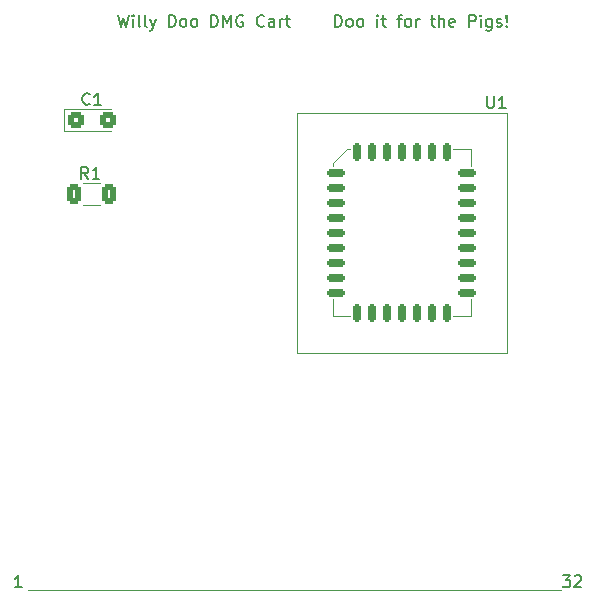
<source format=gto>
G04 #@! TF.GenerationSoftware,KiCad,Pcbnew,(6.0.6)*
G04 #@! TF.CreationDate,2022-11-05T17:07:15-04:00*
G04 #@! TF.ProjectId,isaacCart,69736161-6343-4617-9274-2e6b69636164,rev?*
G04 #@! TF.SameCoordinates,Original*
G04 #@! TF.FileFunction,Legend,Top*
G04 #@! TF.FilePolarity,Positive*
%FSLAX46Y46*%
G04 Gerber Fmt 4.6, Leading zero omitted, Abs format (unit mm)*
G04 Created by KiCad (PCBNEW (6.0.6)) date 2022-11-05 17:07:15*
%MOMM*%
%LPD*%
G01*
G04 APERTURE LIST*
G04 Aperture macros list*
%AMRoundRect*
0 Rectangle with rounded corners*
0 $1 Rounding radius*
0 $2 $3 $4 $5 $6 $7 $8 $9 X,Y pos of 4 corners*
0 Add a 4 corners polygon primitive as box body*
4,1,4,$2,$3,$4,$5,$6,$7,$8,$9,$2,$3,0*
0 Add four circle primitives for the rounded corners*
1,1,$1+$1,$2,$3*
1,1,$1+$1,$4,$5*
1,1,$1+$1,$6,$7*
1,1,$1+$1,$8,$9*
0 Add four rect primitives between the rounded corners*
20,1,$1+$1,$2,$3,$4,$5,0*
20,1,$1+$1,$4,$5,$6,$7,0*
20,1,$1+$1,$6,$7,$8,$9,0*
20,1,$1+$1,$8,$9,$2,$3,0*%
G04 Aperture macros list end*
%ADD10C,0.120000*%
%ADD11C,0.150000*%
%ADD12C,7.000000*%
%ADD13RoundRect,0.250000X0.312500X0.625000X-0.312500X0.625000X-0.312500X-0.625000X0.312500X-0.625000X0*%
%ADD14R,1.300000X6.000000*%
%ADD15R,1.000000X5.500000*%
%ADD16RoundRect,0.250000X-0.450000X-0.425000X0.450000X-0.425000X0.450000X0.425000X-0.450000X0.425000X0*%
%ADD17RoundRect,0.150000X-0.150000X-0.587500X0.150000X-0.587500X0.150000X0.587500X-0.150000X0.587500X0*%
%ADD18RoundRect,0.150000X-0.587500X-0.150000X0.587500X-0.150000X0.587500X0.150000X-0.587500X0.150000X0*%
G04 APERTURE END LIST*
D10*
X105831240Y-131373407D02*
X150916240Y-131373407D01*
D11*
X131803095Y-83697380D02*
X131803095Y-82697380D01*
X132041190Y-82697380D01*
X132184047Y-82745000D01*
X132279285Y-82840238D01*
X132326904Y-82935476D01*
X132374523Y-83125952D01*
X132374523Y-83268809D01*
X132326904Y-83459285D01*
X132279285Y-83554523D01*
X132184047Y-83649761D01*
X132041190Y-83697380D01*
X131803095Y-83697380D01*
X132945952Y-83697380D02*
X132850714Y-83649761D01*
X132803095Y-83602142D01*
X132755476Y-83506904D01*
X132755476Y-83221190D01*
X132803095Y-83125952D01*
X132850714Y-83078333D01*
X132945952Y-83030714D01*
X133088809Y-83030714D01*
X133184047Y-83078333D01*
X133231666Y-83125952D01*
X133279285Y-83221190D01*
X133279285Y-83506904D01*
X133231666Y-83602142D01*
X133184047Y-83649761D01*
X133088809Y-83697380D01*
X132945952Y-83697380D01*
X133850714Y-83697380D02*
X133755476Y-83649761D01*
X133707857Y-83602142D01*
X133660238Y-83506904D01*
X133660238Y-83221190D01*
X133707857Y-83125952D01*
X133755476Y-83078333D01*
X133850714Y-83030714D01*
X133993571Y-83030714D01*
X134088809Y-83078333D01*
X134136428Y-83125952D01*
X134184047Y-83221190D01*
X134184047Y-83506904D01*
X134136428Y-83602142D01*
X134088809Y-83649761D01*
X133993571Y-83697380D01*
X133850714Y-83697380D01*
X135374523Y-83697380D02*
X135374523Y-83030714D01*
X135374523Y-82697380D02*
X135326904Y-82745000D01*
X135374523Y-82792619D01*
X135422142Y-82745000D01*
X135374523Y-82697380D01*
X135374523Y-82792619D01*
X135707857Y-83030714D02*
X136088809Y-83030714D01*
X135850714Y-82697380D02*
X135850714Y-83554523D01*
X135898333Y-83649761D01*
X135993571Y-83697380D01*
X136088809Y-83697380D01*
X137041190Y-83030714D02*
X137422142Y-83030714D01*
X137184047Y-83697380D02*
X137184047Y-82840238D01*
X137231666Y-82745000D01*
X137326904Y-82697380D01*
X137422142Y-82697380D01*
X137898333Y-83697380D02*
X137803095Y-83649761D01*
X137755476Y-83602142D01*
X137707857Y-83506904D01*
X137707857Y-83221190D01*
X137755476Y-83125952D01*
X137803095Y-83078333D01*
X137898333Y-83030714D01*
X138041190Y-83030714D01*
X138136428Y-83078333D01*
X138184047Y-83125952D01*
X138231666Y-83221190D01*
X138231666Y-83506904D01*
X138184047Y-83602142D01*
X138136428Y-83649761D01*
X138041190Y-83697380D01*
X137898333Y-83697380D01*
X138660238Y-83697380D02*
X138660238Y-83030714D01*
X138660238Y-83221190D02*
X138707857Y-83125952D01*
X138755476Y-83078333D01*
X138850714Y-83030714D01*
X138945952Y-83030714D01*
X139898333Y-83030714D02*
X140279285Y-83030714D01*
X140041190Y-82697380D02*
X140041190Y-83554523D01*
X140088809Y-83649761D01*
X140184047Y-83697380D01*
X140279285Y-83697380D01*
X140612619Y-83697380D02*
X140612619Y-82697380D01*
X141041190Y-83697380D02*
X141041190Y-83173571D01*
X140993571Y-83078333D01*
X140898333Y-83030714D01*
X140755476Y-83030714D01*
X140660238Y-83078333D01*
X140612619Y-83125952D01*
X141898333Y-83649761D02*
X141803095Y-83697380D01*
X141612619Y-83697380D01*
X141517380Y-83649761D01*
X141469761Y-83554523D01*
X141469761Y-83173571D01*
X141517380Y-83078333D01*
X141612619Y-83030714D01*
X141803095Y-83030714D01*
X141898333Y-83078333D01*
X141945952Y-83173571D01*
X141945952Y-83268809D01*
X141469761Y-83364047D01*
X143136428Y-83697380D02*
X143136428Y-82697380D01*
X143517380Y-82697380D01*
X143612619Y-82745000D01*
X143660238Y-82792619D01*
X143707857Y-82887857D01*
X143707857Y-83030714D01*
X143660238Y-83125952D01*
X143612619Y-83173571D01*
X143517380Y-83221190D01*
X143136428Y-83221190D01*
X144136428Y-83697380D02*
X144136428Y-83030714D01*
X144136428Y-82697380D02*
X144088809Y-82745000D01*
X144136428Y-82792619D01*
X144184047Y-82745000D01*
X144136428Y-82697380D01*
X144136428Y-82792619D01*
X145041190Y-83030714D02*
X145041190Y-83840238D01*
X144993571Y-83935476D01*
X144945952Y-83983095D01*
X144850714Y-84030714D01*
X144707857Y-84030714D01*
X144612619Y-83983095D01*
X145041190Y-83649761D02*
X144945952Y-83697380D01*
X144755476Y-83697380D01*
X144660238Y-83649761D01*
X144612619Y-83602142D01*
X144565000Y-83506904D01*
X144565000Y-83221190D01*
X144612619Y-83125952D01*
X144660238Y-83078333D01*
X144755476Y-83030714D01*
X144945952Y-83030714D01*
X145041190Y-83078333D01*
X145469761Y-83649761D02*
X145565000Y-83697380D01*
X145755476Y-83697380D01*
X145850714Y-83649761D01*
X145898333Y-83554523D01*
X145898333Y-83506904D01*
X145850714Y-83411666D01*
X145755476Y-83364047D01*
X145612619Y-83364047D01*
X145517380Y-83316428D01*
X145469761Y-83221190D01*
X145469761Y-83173571D01*
X145517380Y-83078333D01*
X145612619Y-83030714D01*
X145755476Y-83030714D01*
X145850714Y-83078333D01*
X146326904Y-83602142D02*
X146374523Y-83649761D01*
X146326904Y-83697380D01*
X146279285Y-83649761D01*
X146326904Y-83602142D01*
X146326904Y-83697380D01*
X146326904Y-83316428D02*
X146279285Y-82745000D01*
X146326904Y-82697380D01*
X146374523Y-82745000D01*
X146326904Y-83316428D01*
X146326904Y-82697380D01*
X113451904Y-82697380D02*
X113690000Y-83697380D01*
X113880476Y-82983095D01*
X114070952Y-83697380D01*
X114309047Y-82697380D01*
X114690000Y-83697380D02*
X114690000Y-83030714D01*
X114690000Y-82697380D02*
X114642380Y-82745000D01*
X114690000Y-82792619D01*
X114737619Y-82745000D01*
X114690000Y-82697380D01*
X114690000Y-82792619D01*
X115309047Y-83697380D02*
X115213809Y-83649761D01*
X115166190Y-83554523D01*
X115166190Y-82697380D01*
X115832857Y-83697380D02*
X115737619Y-83649761D01*
X115690000Y-83554523D01*
X115690000Y-82697380D01*
X116118571Y-83030714D02*
X116356666Y-83697380D01*
X116594761Y-83030714D02*
X116356666Y-83697380D01*
X116261428Y-83935476D01*
X116213809Y-83983095D01*
X116118571Y-84030714D01*
X117737619Y-83697380D02*
X117737619Y-82697380D01*
X117975714Y-82697380D01*
X118118571Y-82745000D01*
X118213809Y-82840238D01*
X118261428Y-82935476D01*
X118309047Y-83125952D01*
X118309047Y-83268809D01*
X118261428Y-83459285D01*
X118213809Y-83554523D01*
X118118571Y-83649761D01*
X117975714Y-83697380D01*
X117737619Y-83697380D01*
X118880476Y-83697380D02*
X118785238Y-83649761D01*
X118737619Y-83602142D01*
X118690000Y-83506904D01*
X118690000Y-83221190D01*
X118737619Y-83125952D01*
X118785238Y-83078333D01*
X118880476Y-83030714D01*
X119023333Y-83030714D01*
X119118571Y-83078333D01*
X119166190Y-83125952D01*
X119213809Y-83221190D01*
X119213809Y-83506904D01*
X119166190Y-83602142D01*
X119118571Y-83649761D01*
X119023333Y-83697380D01*
X118880476Y-83697380D01*
X119785238Y-83697380D02*
X119690000Y-83649761D01*
X119642380Y-83602142D01*
X119594761Y-83506904D01*
X119594761Y-83221190D01*
X119642380Y-83125952D01*
X119690000Y-83078333D01*
X119785238Y-83030714D01*
X119928095Y-83030714D01*
X120023333Y-83078333D01*
X120070952Y-83125952D01*
X120118571Y-83221190D01*
X120118571Y-83506904D01*
X120070952Y-83602142D01*
X120023333Y-83649761D01*
X119928095Y-83697380D01*
X119785238Y-83697380D01*
X121309047Y-83697380D02*
X121309047Y-82697380D01*
X121547142Y-82697380D01*
X121690000Y-82745000D01*
X121785238Y-82840238D01*
X121832857Y-82935476D01*
X121880476Y-83125952D01*
X121880476Y-83268809D01*
X121832857Y-83459285D01*
X121785238Y-83554523D01*
X121690000Y-83649761D01*
X121547142Y-83697380D01*
X121309047Y-83697380D01*
X122309047Y-83697380D02*
X122309047Y-82697380D01*
X122642380Y-83411666D01*
X122975714Y-82697380D01*
X122975714Y-83697380D01*
X123975714Y-82745000D02*
X123880476Y-82697380D01*
X123737619Y-82697380D01*
X123594761Y-82745000D01*
X123499523Y-82840238D01*
X123451904Y-82935476D01*
X123404285Y-83125952D01*
X123404285Y-83268809D01*
X123451904Y-83459285D01*
X123499523Y-83554523D01*
X123594761Y-83649761D01*
X123737619Y-83697380D01*
X123832857Y-83697380D01*
X123975714Y-83649761D01*
X124023333Y-83602142D01*
X124023333Y-83268809D01*
X123832857Y-83268809D01*
X125785238Y-83602142D02*
X125737619Y-83649761D01*
X125594761Y-83697380D01*
X125499523Y-83697380D01*
X125356666Y-83649761D01*
X125261428Y-83554523D01*
X125213809Y-83459285D01*
X125166190Y-83268809D01*
X125166190Y-83125952D01*
X125213809Y-82935476D01*
X125261428Y-82840238D01*
X125356666Y-82745000D01*
X125499523Y-82697380D01*
X125594761Y-82697380D01*
X125737619Y-82745000D01*
X125785238Y-82792619D01*
X126642380Y-83697380D02*
X126642380Y-83173571D01*
X126594761Y-83078333D01*
X126499523Y-83030714D01*
X126309047Y-83030714D01*
X126213809Y-83078333D01*
X126642380Y-83649761D02*
X126547142Y-83697380D01*
X126309047Y-83697380D01*
X126213809Y-83649761D01*
X126166190Y-83554523D01*
X126166190Y-83459285D01*
X126213809Y-83364047D01*
X126309047Y-83316428D01*
X126547142Y-83316428D01*
X126642380Y-83268809D01*
X127118571Y-83697380D02*
X127118571Y-83030714D01*
X127118571Y-83221190D02*
X127166190Y-83125952D01*
X127213809Y-83078333D01*
X127309047Y-83030714D01*
X127404285Y-83030714D01*
X127594761Y-83030714D02*
X127975714Y-83030714D01*
X127737619Y-82697380D02*
X127737619Y-83554523D01*
X127785238Y-83649761D01*
X127880476Y-83697380D01*
X127975714Y-83697380D01*
X110898333Y-96572380D02*
X110565000Y-96096190D01*
X110326904Y-96572380D02*
X110326904Y-95572380D01*
X110707857Y-95572380D01*
X110803095Y-95620000D01*
X110850714Y-95667619D01*
X110898333Y-95762857D01*
X110898333Y-95905714D01*
X110850714Y-96000952D01*
X110803095Y-96048571D01*
X110707857Y-96096190D01*
X110326904Y-96096190D01*
X111850714Y-96572380D02*
X111279285Y-96572380D01*
X111565000Y-96572380D02*
X111565000Y-95572380D01*
X111469761Y-95715238D01*
X111374523Y-95810476D01*
X111279285Y-95858095D01*
X151081716Y-130135787D02*
X151700763Y-130135787D01*
X151367430Y-130516740D01*
X151510287Y-130516740D01*
X151605525Y-130564359D01*
X151653144Y-130611978D01*
X151700763Y-130707216D01*
X151700763Y-130945311D01*
X151653144Y-131040549D01*
X151605525Y-131088168D01*
X151510287Y-131135787D01*
X151224573Y-131135787D01*
X151129335Y-131088168D01*
X151081716Y-131040549D01*
X152081716Y-130231026D02*
X152129335Y-130183407D01*
X152224573Y-130135787D01*
X152462668Y-130135787D01*
X152557906Y-130183407D01*
X152605525Y-130231026D01*
X152653144Y-130326264D01*
X152653144Y-130421502D01*
X152605525Y-130564359D01*
X152034097Y-131135787D01*
X152653144Y-131135787D01*
X105276954Y-131135787D02*
X104705525Y-131135787D01*
X104991240Y-131135787D02*
X104991240Y-130135787D01*
X104896001Y-130278645D01*
X104800763Y-130373883D01*
X104705525Y-130421502D01*
X111023333Y-90227142D02*
X110975714Y-90274761D01*
X110832857Y-90322380D01*
X110737619Y-90322380D01*
X110594761Y-90274761D01*
X110499523Y-90179523D01*
X110451904Y-90084285D01*
X110404285Y-89893809D01*
X110404285Y-89750952D01*
X110451904Y-89560476D01*
X110499523Y-89465238D01*
X110594761Y-89370000D01*
X110737619Y-89322380D01*
X110832857Y-89322380D01*
X110975714Y-89370000D01*
X111023333Y-89417619D01*
X111975714Y-90322380D02*
X111404285Y-90322380D01*
X111690000Y-90322380D02*
X111690000Y-89322380D01*
X111594761Y-89465238D01*
X111499523Y-89560476D01*
X111404285Y-89608095D01*
X144678095Y-89572380D02*
X144678095Y-90381904D01*
X144725714Y-90477142D01*
X144773333Y-90524761D01*
X144868571Y-90572380D01*
X145059047Y-90572380D01*
X145154285Y-90524761D01*
X145201904Y-90477142D01*
X145249523Y-90381904D01*
X145249523Y-89572380D01*
X146249523Y-90572380D02*
X145678095Y-90572380D01*
X145963809Y-90572380D02*
X145963809Y-89572380D01*
X145868571Y-89715238D01*
X145773333Y-89810476D01*
X145678095Y-89858095D01*
D10*
X111917064Y-96960000D02*
X110462936Y-96960000D01*
X111917064Y-98780000D02*
X110462936Y-98780000D01*
X108880000Y-92555000D02*
X112790000Y-92555000D01*
X108880000Y-90685000D02*
X108880000Y-92555000D01*
X112790000Y-90685000D02*
X108880000Y-90685000D01*
X128550000Y-90960000D02*
X146330000Y-90960000D01*
X131615000Y-108215000D02*
X131615000Y-106760000D01*
X141810000Y-94025000D02*
X143265000Y-94025000D01*
X133070000Y-108215000D02*
X131615000Y-108215000D01*
X128550000Y-111280000D02*
X128550000Y-90960000D01*
X146330000Y-111280000D02*
X128550000Y-111280000D01*
X143265000Y-108215000D02*
X143265000Y-106760000D01*
X131615000Y-95197218D02*
X131615000Y-95480000D01*
X146330000Y-90960000D02*
X146330000Y-111280000D01*
X141810000Y-108215000D02*
X143265000Y-108215000D01*
X143265000Y-94025000D02*
X143265000Y-95480000D01*
X133070000Y-94025000D02*
X132787218Y-94025000D01*
X132787218Y-94025000D02*
X131615000Y-95197218D01*
%LPC*%
D12*
X128691240Y-123993407D03*
D13*
X112652500Y-97870000D03*
X109727500Y-97870000D03*
D14*
X152091240Y-135183407D03*
D15*
X150441240Y-134933407D03*
X148941240Y-134933407D03*
X147441240Y-134933407D03*
X145941240Y-134933407D03*
X144441240Y-134933407D03*
X142941240Y-134933407D03*
X141441240Y-134933407D03*
X139941240Y-134933407D03*
X138441240Y-134933407D03*
X136941240Y-134933407D03*
X135441240Y-134933407D03*
X133941240Y-134933407D03*
X132441240Y-134933407D03*
X130941240Y-134933407D03*
X129441240Y-134933407D03*
X127941240Y-134933407D03*
X126441240Y-134933407D03*
X124941240Y-134933407D03*
X123441240Y-134933407D03*
X121941240Y-134933407D03*
X120441240Y-134933407D03*
X118941240Y-134933407D03*
X117441240Y-134933407D03*
X115941240Y-134933407D03*
X114441240Y-134933407D03*
X112941240Y-134933407D03*
X111441240Y-134933407D03*
X109941240Y-134933407D03*
X108441240Y-134933407D03*
X106941240Y-134933407D03*
D14*
X105291240Y-135183407D03*
D16*
X109840000Y-91620000D03*
X112540000Y-91620000D03*
D17*
X137440000Y-94282500D03*
X136170000Y-94282500D03*
X134900000Y-94282500D03*
X133630000Y-94282500D03*
D18*
X131877500Y-96040000D03*
X131877500Y-97310000D03*
X131877500Y-98580000D03*
X131877500Y-99850000D03*
X131877500Y-101120000D03*
X131877500Y-102390000D03*
X131877500Y-103660000D03*
X131877500Y-104930000D03*
X131877500Y-106200000D03*
D17*
X133630000Y-107957500D03*
X134900000Y-107957500D03*
X136170000Y-107957500D03*
X137440000Y-107957500D03*
X138710000Y-107957500D03*
X139980000Y-107957500D03*
X141250000Y-107957500D03*
D18*
X143002500Y-106200000D03*
X143002500Y-104930000D03*
X143002500Y-103660000D03*
X143002500Y-102390000D03*
X143002500Y-101120000D03*
X143002500Y-99850000D03*
X143002500Y-98580000D03*
X143002500Y-97310000D03*
X143002500Y-96040000D03*
D17*
X141250000Y-94282500D03*
X139980000Y-94282500D03*
X138710000Y-94282500D03*
M02*

</source>
